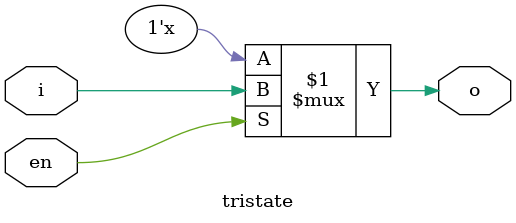
<source format=v>
module tristate (en, i, o);
    input en;
    input i;
    output o;

	assign o = en ? i : 1'bz;

endmodule

</source>
